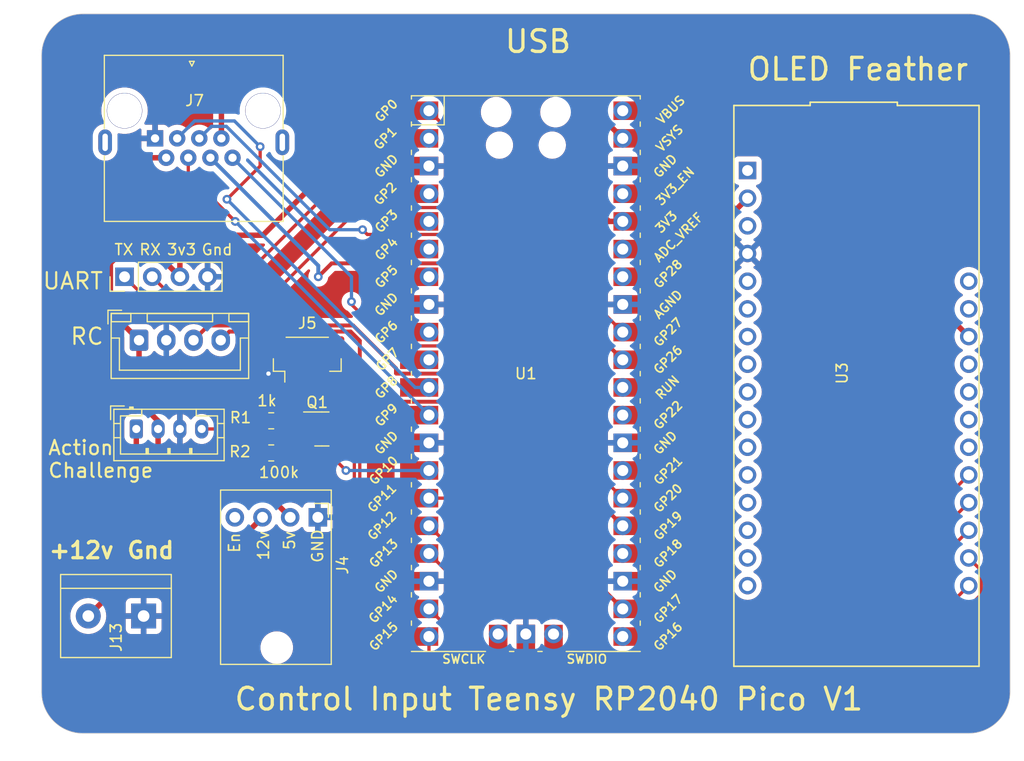
<source format=kicad_pcb>
(kicad_pcb (version 20221018) (generator pcbnew)
  (layers (0 "F.Cu" signal) (31 "B.Cu" signal) (34 "B.Paste" user) (35 "F.Paste" user) (36 "B.SilkS" user "B.Silkscreen") (37 "F.SilkS" user "F.Silkscreen") (38 "B.Mask" user) (39 "F.Mask" user) (44 "Edge.Cuts" user))
  (net 0 "")
  (net 1 "+5V")
  (net 2 "GND")
  (net 3 "+3V3")
  (net 4 "+12V")
  (net 5 "I2C_SDA")
  (net 6 "I2C_SCL")
  (net 7 "Steering")
  (net 8 "Throttle")
  (net 9 "RCPWMThrottle")
  (net 10 "RCPWMSteering")
  (net 11 "ActiveSW")
  (net 12 "TX")
  (net 13 "RX")
  (net 14 "ActionSignal")
  (net 16 "Sound_1")
  (net 17 "Sound_2")
  (net 18 "Net-(Q1-G)")
  (net 19 "ActionChallengeTrigger")
  (net 26 "Button_A")
  (net 27 "Button_B")
  (net 28 "Button_C")
  (net 37 "SWCLK")
  (net 38 "SWDIO")
  (footprint "Useful Modifications:RJ45_x08_Tab_Up" (layer "F.Cu") (at 119.61168 96.73082 180)
    (fp_text reference "J7" (at 0.1524 -0.13208) (layer "F.SilkS"))
    (fp_text value "8P8C")
    (pad "" np_thru_hole circle (at -6.11832 -1.05918) (size 3.25 3.25) (drill 3.2) (layers "*.Cu" "*.Mask"))
    (pad "" np_thru_hole circle (at 6.58168 -1.05918) (size 3.25 3.25) (drill 3.200001) (layers "*.Cu" "*.Mask"))
    (pad "1" thru_hole rect (at 3.78098 -3.59918 180) (size 1.5 1.5) (drill 0.76) (layers "*.Cu" "*.Mask") (net 2 "GND"))
    (pad "2" thru_hole circle (at 2.76098 -5.37918 180) (size 1.5 1.5) (drill 0.76) (layers "*.Cu" "*.Mask") (net 1 "+5V"))
    (pad "3" thru_hole circle (at 1.75098 -3.59918 180) (size 1.5 1.5) (drill 0.76) (layers "*.Cu" "*.Mask") (net 16 "Sound_1"))
    (pad "4" thru_hole circle (at 0.73098 -5.37918 180) (size 1.5 1.5) (drill 0.76) (layers "*.Cu" "*.Mask") (net 17 "Sound_2"))
    (pad "5" thru_hole circle (at -0.27902 -3.59918 180) (size 1.5 1.5) (drill 0.76) (layers "*.Cu" "*.Mask") (net 7 "Steering"))
    (pad "6" thru_hole circle (at -1.29902 -5.37918 180) (size 1.5 1.5) (drill 0.76) (layers "*.Cu" "*.Mask") (net 8 "Throttle"))
    (pad "7" thru_hole circle (at -2.30902 -3.59918 180) (size 1.5 1.5) (drill 0.76) (layers "*.Cu" "*.Mask") (net 3 "+3V3"))
    (pad "8" thru_hole circle (at -3.32902 -5.37918 180) (size 1.5 1.5) (drill 0.76) (layers "*.Cu" "*.Mask") (net 11 "ActiveSW"))
    (pad "9" thru_hole oval (at -7.89832 -3.96113) (size 1.259 2.362) (drill oval 0.5 1.6) (layers "*.Cu" "*.Mask"))
    (pad "10" thru_hole oval (at 8.36168 -3.96113) (size 1.259 2.362) (drill oval 0.5 1.6) (layers "*.Cu" "*.Mask"))
  )
  (footprint "Useful Modifications:Feather_nRF52840" (layer "F.Cu") (at 180.34 121.92 -90)
    (fp_text reference "U3" (at -0.03302 1.45542 90) (layer "F.SilkS"))
    (fp_text value "OLED Feather")
    (pad "1" thru_hole rect (at -18.64106 10.13206 270) (size 1.6 1.6) (drill 1) (layers "*.Cu" "*.Mask"))
    (pad "2" thru_hole circle (at -16.10106 10.13206 270) (size 1.6 1.6) (drill 1) (layers "*.Cu" "*.Mask") (net 3 "+3V3"))
    (pad "3" thru_hole circle (at -13.56106 10.13206 270) (size 1.6 1.6) (drill 1) (layers "*.Cu" "*.Mask"))
    (pad "4" thru_hole circle (at -11.02106 10.13206 270) (size 1.6 1.6) (drill 1) (layers "*.Cu" "*.Mask") (net 2 "GND"))
    (pad "5" thru_hole circle (at -8.48106 10.13206 270) (size 1.6 1.6) (drill 1) (layers "*.Cu" "*.Mask"))
    (pad "6" thru_hole circle (at -5.94106 10.13206 270) (size 1.6 1.6) (drill 1) (layers "*.Cu" "*.Mask"))
    (pad "7" thru_hole circle (at -3.40106 10.13206 270) (size 1.6 1.6) (drill 1) (layers "*.Cu" "*.Mask"))
    (pad "8" thru_hole circle (at -0.86106 10.13206 270) (size 1.6 1.6) (drill 1) (layers "*.Cu" "*.Mask"))
    (pad "9" thru_hole circle (at 1.67894 10.13206 270) (size 1.6 1.6) (drill 1) (layers "*.Cu" "*.Mask"))
    (pad "10" thru_hole circle (at 4.21894 10.13206 270) (size 1.6 1.6) (drill 1) (layers "*.Cu" "*.Mask"))
    (pad "11" thru_hole circle (at 6.75894 10.13206 270) (size 1.6 1.6) (drill 1) (layers "*.Cu" "*.Mask"))
    (pad "12" thru_hole circle (at 9.29894 10.13206 270) (size 1.6 1.6) (drill 1) (layers "*.Cu" "*.Mask"))
    (pad "13" thru_hole circle (at 11.83894 10.13206 270) (size 1.6 1.6) (drill 1) (layers "*.Cu" "*.Mask"))
    (pad "14" thru_hole circle (at 14.37894 10.13206 270) (size 1.6 1.6) (drill 1) (layers "*.Cu" "*.Mask"))
    (pad "15" thru_hole circle (at 16.91894 10.13206 270) (size 1.6 1.6) (drill 1) (layers "*.Cu" "*.Mask"))
    (pad "16" thru_hole circle (at 19.45894 10.13206 270) (size 1.6 1.6) (drill 1) (layers "*.Cu" "*.Mask"))
    (pad "17" thru_hole circle (at 19.45894 -10.16794 270) (size 1.6 1.6) (drill 1) (layers "*.Cu" "*.Mask") (net 5 "I2C_SDA"))
    (pad "18" thru_hole circle (at 16.91894 -10.16794 270) (size 1.6 1.6) (drill 1) (layers "*.Cu" "*.Mask") (net 6 "I2C_SCL"))
    (pad "19" thru_hole circle (at 14.37894 -10.16794 270) (size 1.6 1.6) (drill 1) (layers "*.Cu" "*.Mask") (net 26 "Button_A"))
    (pad "20" thru_hole circle (at 11.83894 -10.16794 270) (size 1.6 1.6) (drill 1) (layers "*.Cu" "*.Mask") (net 27 "Button_B"))
    (pad "21" thru_hole circle (at 9.29894 -10.16794 270) (size 1.6 1.6) (drill 1) (layers "*.Cu" "*.Mask") (net 28 "Button_C"))
    (pad "22" thru_hole circle (at 6.75894 -10.16794 270) (size 1.6 1.6) (drill 1) (layers "*.Cu" "*.Mask"))
    (pad "23" thru_hole circle (at 4.21894 -10.16794 270) (size 1.6 1.6) (drill 1) (layers "*.Cu" "*.Mask"))
    (pad "24" thru_hole circle (at 1.67894 -10.16794 270) (size 1.6 1.6) (drill 1) (layers "*.Cu" "*.Mask"))
    (pad "25" thru_hole circle (at -0.86106 -10.16794 270) (size 1.6 1.6) (drill 1) (layers "*.Cu" "*.Mask"))
    (pad "26" thru_hole circle (at -3.40106 -10.16794 270) (size 1.6 1.6) (drill 1) (layers "*.Cu" "*.Mask") (net 1 "+5V"))
    (pad "27" thru_hole circle (at -5.94106 -10.16794 270) (size 1.6 1.6) (drill 1) (layers "*.Cu" "*.Mask"))
    (pad "28" thru_hole circle (at -8.48106 -10.16794 270) (size 1.6 1.6) (drill 1) (layers "*.Cu" "*.Mask"))
  )
  (footprint "Useful Modifications:TerminalBlock_bornier-2_P5.08mm" (layer "F.Cu") (at 114.7819 144.167 180)
    (fp_text reference "J13" (at 2.5273 -1.9558 270) (layer "F.SilkS"))
    (fp_text value "Main Power")
    (pad "1" thru_hole rect (at 0 0 180) (size 2.286 2.286) (drill 1.0668) (layers "*.Cu" "*.Mask") (net 2 "GND"))
    (pad "2" thru_hole circle (at 5.08 0 180) (size 2.286 2.286) (drill 1.0668) (layers "*.Cu" "*.Mask") (net 4 "+12V"))
  )
  (footprint "Useful Modifications:AdaFruit_MPM3610" (layer "F.Cu") (at 130.7719 135.107 -90)
    (fp_text reference "J4" (at 4.385 -2.27 90) (layer "F.SilkS"))
    (fp_text value "Power Input")
    (fp_text user "En" (at 2.3368 7.6581 270) (layer "F.SilkS"))
    (fp_text user "GND" (at 2.63398 0.02286 270) (layer "F.SilkS"))
    (fp_text user "12v" (at 2.59334 4.99364 270) (layer "F.SilkS"))
    (fp_text user "5v" (at 2.1209 2.60604 270) (layer "F.SilkS"))
    (pad "" np_thru_hole oval (at 11.959 3.7719 15) (size 2.5 2.5) (drill oval 2.5) (layers "*.Cu" "*.Mask"))
    (pad "1" thru_hole rect (at 0 0 270) (size 1.7 1.7) (drill 1) (layers "*.Cu" "*.Mask") (net 2 "GND"))
    (pad "2" thru_hole oval (at 0 2.54 270) (size 1.7 1.7) (drill 1) (layers "*.Cu" "*.Mask") (net 1 "+5V"))
    (pad "3" thru_hole oval (at 0 5.08 270) (size 1.7 1.7) (drill 1) (layers "*.Cu" "*.Mask") (net 4 "+12V"))
    (pad "4" thru_hole oval (at 0 7.62 270) (size 1.7 1.7) (drill 1) (layers "*.Cu" "*.Mask"))
  )
  (footprint "RP2040:RPi_Pico_SMD_TH" (layer "F.Cu") (at 149.86 121.92)
    (fp_text reference "U1" (at 0 0) (layer "F.SilkS"))
    (fp_text value "Pico")
    (fp_text user "3V3" (at 12.9 -13.9 45) (layer "F.SilkS") (effects (font (size 0.8 0.8))))
    (fp_text user "GND" (at 12.8 -19.05 45) (layer "F.SilkS") (effects (font (size 0.8 0.8))))
    (fp_text user "GP19" (at 13.054 13.97 45) (layer "F.SilkS") (effects (font (size 0.8 0.8))))
    (fp_text user "GP17" (at 13.054 21.59 45) (layer "F.SilkS") (effects (font (size 0.8 0.8))))
    (fp_text user "GP1" (at -12.9 -21.6 45) (layer "F.SilkS") (effects (font (size 0.8 0.8))))
    (fp_text user "GP8" (at -12.8 1.27 45) (layer "F.SilkS") (effects (font (size 0.8 0.8))))
    (fp_text user "GP15" (at -13.054 24.13 45) (layer "F.SilkS") (effects (font (size 0.8 0.8))))
    (fp_text user "GP0" (at -12.8 -24.13 45) (layer "F.SilkS") (effects (font (size 0.8 0.8))))
    (fp_text user "GP10" (at -13.054 8.89 45) (layer "F.SilkS") (effects (font (size 0.8 0.8))))
    (fp_text user "VSYS" (at 13.2 -21.59 45) (layer "F.SilkS") (effects (font (size 0.8 0.8))))
    (fp_text user "GP7" (at -12.7 -1.3 45) (layer "F.SilkS") (effects (font (size 0.8 0.8))))
    (fp_text user "GP5" (at -12.8 -8.89 45) (layer "F.SilkS") (effects (font (size 0.8 0.8))))
    (fp_text user "GND" (at -12.8 -19.05 45) (layer "F.SilkS") (effects (font (size 0.8 0.8))))
    (fp_text user "SWCLK" (at -5.7 26.2) (layer "F.SilkS") (effects (font (size 0.8 0.8))))
    (fp_text user "GND" (at -12.8 19.05 45) (layer "F.SilkS") (effects (font (size 0.8 0.8))))
    (fp_text user "GND" (at -12.8 -6.35 45) (layer "F.SilkS") (effects (font (size 0.8 0.8))))
    (fp_text user "SWDIO" (at 5.6 26.2) (layer "F.SilkS") (effects (font (size 0.8 0.8))))
    (fp_text user "GP11" (at -13.2 11.43 45) (layer "F.SilkS") (effects (font (size 0.8 0.8))))
    (fp_text user "GP3" (at -12.8 -13.97 45) (layer "F.SilkS") (effects (font (size 0.8 0.8))))
    (fp_text user "GP9" (at -12.8 3.81 45) (layer "F.SilkS") (effects (font (size 0.8 0.8))))
    (fp_text user "ADC_VREF" (at 14 -12.5 45) (layer "F.SilkS") (effects (font (size 0.8 0.8))))
    (fp_text user "GP26" (at 13.054 -1.27 45) (layer "F.SilkS") (effects (font (size 0.8 0.8))))
    (fp_text user "GP18" (at 13.054 16.51 45) (layer "F.SilkS") (effects (font (size 0.8 0.8))))
    (fp_text user "GP4" (at -12.8 -11.43 45) (layer "F.SilkS") (effects (font (size 0.8 0.8))))
    (fp_text user "3V3_EN" (at 13.7 -17.2 45) (layer "F.SilkS") (effects (font (size 0.8 0.8))))
    (fp_text user "GP2" (at -12.9 -16.51 45) (layer "F.SilkS") (effects (font (size 0.8 0.8))))
    (fp_text user "GP20" (at 13.054 11.43 45) (layer "F.SilkS") (effects (font (size 0.8 0.8))))
    (fp_text user "GP27" (at 13.054 -3.8 45) (layer "F.SilkS") (effects (font (size 0.8 0.8))))
    (fp_text user "GND" (at 12.8 19.05 45) (layer "F.SilkS") (effects (font (size 0.8 0.8))))
    (fp_text user "GP13" (at -13.054 16.51 45) (layer "F.SilkS") (effects (font (size 0.8 0.8))))
    (fp_text user "GND" (at -12.8 6.35 45) (layer "F.SilkS") (effects (font (size 0.8 0.8))))
    (fp_text user "GP22" (at 13.054 3.81 45) (layer "F.SilkS") (effects (font (size 0.8 0.8))))
    (fp_text user "GP12" (at -13.2 13.97 45) (layer "F.SilkS") (effects (font (size 0.8 0.8))))
    (fp_text user "GP14" (at -13.1 21.59 45) (layer "F.SilkS") (effects (font (size 0.8 0.8))))
    (fp_text user "GP28" (at 13.054 -9.144 45) (layer "F.SilkS") (effects (font (size 0.8 0.8))))
    (fp_text user "AGND" (at 13.054 -6.35 45) (layer "F.SilkS") (effects (font (size 0.8 0.8))))
    (fp_text user "VBUS" (at 13.3 -24.2 45) (layer "F.SilkS") (effects (font (size 0.8 0.8))))
    (fp_text user "GP6" (at -12.8 -3.81 45) (layer "F.SilkS") (effects (font (size 0.8 0.8))))
    (fp_text user "GND" (at 12.8 6.35 45) (layer "F.SilkS") (effects (font (size 0.8 0.8))))
    (fp_text user "GP16" (at 13.054 24.13 45) (layer "F.SilkS") (effects (font (size 0.8 0.8))))
    (fp_text user "RUN" (at 13 1.27 45) (layer "F.SilkS") (effects (font (size 0.8 0.8))))
    (fp_text user "GP21" (at 13.054 8.9 45) (layer "F.SilkS") (effects (font (size 0.8 0.8))))
    (pad "" np_thru_hole oval (at -2.725 -24) (size 1.8 1.8) (drill 1.8) (layers "*.Cu" "*.Mask"))
    (pad "" np_thru_hole oval (at -2.425 -20.97) (size 1.5 1.5) (drill 1.5) (layers "*.Cu" "*.Mask"))
    (pad "" np_thru_hole oval (at 2.425 -20.97) (size 1.5 1.5) (drill 1.5) (layers "*.Cu" "*.Mask"))
    (pad "" np_thru_hole oval (at 2.725 -24) (size 1.8 1.8) (drill 1.8) (layers "*.Cu" "*.Mask"))
    (pad "1" thru_hole oval (at -8.89 -24.13) (size 1.7 1.7) (drill 1.02) (layers "*.Cu" "*.Mask") (net 12 "TX"))
    (pad "1" smd rect (at -8.89 -24.13) (size 3.5 1.7) (drill (offset -0.9 0)) (layers "F.Cu" "F.Mask") (net 12 "TX"))
    (pad "2" thru_hole oval (at -8.89 -21.59) (size 1.7 1.7) (drill 1.02) (layers "*.Cu" "*.Mask") (net 13 "RX"))
    (pad "2" smd rect (at -8.89 -21.59) (size 3.5 1.7) (drill (offset -0.9 0)) (layers "F.Cu" "F.Mask") (net 13 "RX"))
    (pad "3" thru_hole rect (at -8.89 -19.05) (size 1.7 1.7) (drill 1.02) (layers "*.Cu" "*.Mask") (net 2 "GND"))
    (pad "3" smd rect (at -8.89 -19.05) (size 3.5 1.7) (drill (offset -0.9 0)) (layers "F.Cu" "F.Mask") (net 2 "GND"))
    (pad "4" thru_hole oval (at -8.89 -16.51) (size 1.7 1.7) (drill 1.02) (layers "*.Cu" "*.Mask"))
    (pad "4" smd rect (at -8.89 -16.51) (size 3.5 1.7) (drill (offset -0.9 0)) (layers "F.Cu" "F.Mask"))
    (pad "5" thru_hole oval (at -8.89 -13.97) (size 1.7 1.7) (drill 1.02) (layers "*.Cu" "*.Mask"))
    (pad "5" smd rect (at -8.89 -13.97) (size 3.5 1.7) (drill (offset -0.9 0)) (layers "F.Cu" "F.Mask"))
    (pad "6" thru_hole oval (at -8.89 -11.43) (size 1.7 1.7) (drill 1.02) (layers "*.Cu" "*.Mask"))
    (pad "6" smd rect (at -8.89 -11.43) (size 3.5 1.7) (drill (offset -0.9 0)) (layers "F.Cu" "F.Mask"))
    (pad "7" thru_hole oval (at -8.89 -8.89) (size 1.7 1.7) (drill 1.02) (layers "*.Cu" "*.Mask"))
    (pad "7" smd rect (at -8.89 -8.89) (size 3.5 1.7) (drill (offset -0.9 0)) (layers "F.Cu" "F.Mask"))
    (pad "8" thru_hole rect (at -8.89 -6.35) (size 1.7 1.7) (drill 1.02) (layers "*.Cu" "*.Mask") (net 2 "GND"))
    (pad "8" smd rect (at -8.89 -6.35) (size 3.5 1.7) (drill (offset -0.9 0)) (layers "F.Cu" "F.Mask") (net 2 "GND"))
    (pad "9" thru_hole oval (at -8.89 -3.81) (size 1.7 1.7) (drill 1.02) (layers "*.Cu" "*.Mask"))
    (pad "9" smd rect (at -8.89 -3.81) (size 3.5 1.7) (drill (offset -0.9 0)) (layers "F.Cu" "F.Mask"))
    (pad "10" thru_hole oval (at -8.89 -1.27) (size 1.7 1.7) (drill 1.02) (layers "*.Cu" "*.Mask"))
    (pad "10" smd rect (at -8.89 -1.27) (size 3.5 1.7) (drill (offset -0.9 0)) (layers "F.Cu" "F.Mask"))
    (pad "11" thru_hole oval (at -8.89 1.27) (size 1.7 1.7) (drill 1.02) (layers "*.Cu" "*.Mask") (net 16 "Sound_1"))
    (pad "11" smd rect (at -8.89 1.27) (size 3.5 1.7) (drill (offset -0.9 0)) (layers "F.Cu" "F.Mask") (net 16 "Sound_1"))
    (pad "12" thru_hole oval (at -8.89 3.81) (size 1.7 1.7) (drill 1.02) (layers "*.Cu" "*.Mask") (net 17 "Sound_2"))
    (pad "12" smd rect (at -8.89 3.81) (size 3.5 1.7) (drill (offset -0.9 0)) (layers "F.Cu" "F.Mask") (net 17 "Sound_2"))
    (pad "13" thru_hole rect (at -8.89 6.35) (size 1.7 1.7) (drill 1.02) (layers "*.Cu" "*.Mask") (net 2 "GND"))
    (pad "13" smd rect (at -8.89 6.35) (size 3.5 1.7) (drill (offset -0.9 0)) (layers "F.Cu" "F.Mask") (net 2 "GND"))
    (pad "14" thru_hole oval (at -8.89 8.89) (size 1.7 1.7) (drill 1.02) (layers "*.Cu" "*.Mask") (net 19 "ActionChallengeTrigger"))
    (pad "14" smd rect (at -8.89 8.89) (size 3.5 1.7) (drill (offset -0.9 0)) (layers "F.Cu" "F.Mask") (net 19 "ActionChallengeTrigger"))
    (pad "15" thru_hole oval (at -8.89 11.43) (size 1.7 1.7) (drill 1.02) (layers "*.Cu" "*.Mask") (net 28 "Button_C"))
    (pad "15" smd rect (at -8.89 11.43) (size 3.5 1.7) (drill (offset -0.9 0)) (layers "F.Cu" "F.Mask") (net 28 "Button_C"))
    (pad "16" thru_hole oval (at -8.89 13.97) (size 1.7 1.7) (drill 1.02) (layers "*.Cu" "*.Mask") (net 27 "Button_B"))
    (pad "16" smd rect (at -8.89 13.97) (size 3.5 1.7) (drill (offset -0.9 0)) (layers "F.Cu" "F.Mask") (net 27 "Button_B"))
    (pad "17" thru_hole oval (at -8.89 16.51) (size 1.7 1.7) (drill 1.02) (layers "*.Cu" "*.Mask") (net 26 "Button_A"))
    (pad "17" smd rect (at -8.89 16.51) (size 3.5 1.7) (drill (offset -0.9 0)) (layers "F.Cu" "F.Mask") (net 26 "Button_A"))
    (pad "18" thru_hole rect (at -8.89 19.05) (size 1.7 1.7) (drill 1.02) (layers "*.Cu" "*.Mask") (net 2 "GND"))
    (pad "18" smd rect (at -8.89 19.05) (size 3.5 1.7) (drill (offset -0.9 0)) (layers "F.Cu" "F.Mask") (net 2 "GND"))
    (pad "19" thru_hole oval (at -8.89 21.59) (size 1.7 1.7) (drill 1.02) (layers "*.Cu" "*.Mask") (net 5 "I2C_SDA"))
    (pad "19" smd rect (at -8.89 21.59) (size 3.5 1.7) (drill (offset -0.9 0)) (layers "F.Cu" "F.Mask") (net 5 "I2C_SDA"))
    (pad "20" thru_hole oval (at -8.89 24.13) (size 1.7 1.7) (drill 1.02) (layers "*.Cu" "*.Mask") (net 6 "I2C_SCL"))
    (pad "20" smd rect (at -8.89 24.13) (size 3.5 1.7) (drill (offset -0.9 0)) (layers "F.Cu" "F.Mask") (net 6 "I2C_SCL"))
    (pad "21" thru_hole oval (at 8.89 24.13) (size 1.7 1.7) (drill 1.02) (layers "*.Cu" "*.Mask"))
    (pad "21" smd rect (at 8.89 24.13) (size 3.5 1.7) (drill (offset 0.9 0)) (layers "F.Cu" "F.Mask"))
    (pad "22" thru_hole oval (at 8.89 21.59) (size 1.7 1.7) (drill 1.02) (layers "*.Cu" "*.Mask") (net 10 "RCPWMSteering"))
    (pad "22" smd rect (at 8.89 21.59) (size 3.5 1.7) (drill (offset 0.9 0)) (layers "F.Cu" "F.Mask") (net 10 "RCPWMSteering"))
    (pad "23" thru_hole rect (at 8.89 19.05) (size 1.7 1.7) (drill 1.02) (layers "*.Cu" "*.Mask") (net 2 "GND"))
    (pad "23" smd rect (at 8.89 19.05) (size 3.5 1.7) (drill (offset 0.9 0)) (layers "F.Cu" "F.Mask") (net 2 "GND"))
    (pad "24" thru_hole oval (at 8.89 16.51) (size 1.7 1.7) (drill 1.02) (layers "*.Cu" "*.Mask"))
    (pad "24" smd rect (at 8.89 16.51) (size 3.5 1.7) (drill (offset 0.9 0)) (layers "F.Cu" "F.Mask"))
    (pad "25" thru_hole oval (at 8.89 13.97) (size 1.7 1.7) (drill 1.02) (layers "*.Cu" "*.Mask") (net 9 "RCPWMThrottle"))
    (pad "25" smd rect (at 8.89 13.97) (size 3.5 1.7) (drill (offset 0.9 0)) (layers "F.Cu" "F.Mask") (net 9 "RCPWMThrottle"))
    (pad "26" thru_hole oval (at 8.89 11.43) (size 1.7 1.7) (drill 1.02) (layers "*.Cu" "*.Mask") (net 11 "ActiveSW"))
    (pad "26" smd rect (at 8.89 11.43) (size 3.5 1.7) (drill (offset 0.9 0)) (layers "F.Cu" "F.Mask") (net 11 "ActiveSW"))
    (pad "27" thru_hole oval (at 8.89 8.89) (size 1.7 1.7) (drill 1.02) (layers "*.Cu" "*.Mask") (net 8 "Throttle"))
    (pad "27" smd rect (at 8.89 8.89) (size 3.5 1.7) (drill (offset 0.9 0)) (layers "F.Cu" "F.Mask") (net 8 "Throttle"))
    (pad "28" thru_hole rect (at 8.89 6.35) (size 1.7 1.7) (drill 1.02) (layers "*.Cu" "*.Mask") (net 2 "GND"))
    (pad "28" smd rect (at 8.89 6.35) (size 3.5 1.7) (drill (offset 0.9 0)) (layers "F.Cu" "F.Mask") (net 2 "GND"))
    (pad "29" thru_hole oval (at 8.89 3.81) (size 1.7 1.7) (drill 1.02) (layers "*.Cu" "*.Mask"))
    (pad "29" smd rect (at 8.89 3.81) (size 3.5 1.7) (drill (offset 0.9 0)) (layers "F.Cu" "F.Mask"))
    (pad "30" thru_hole oval (at 8.89 1.27) (size 1.7 1.7) (drill 1.02) (layers "*.Cu" "*.Mask"))
    (pad "30" smd rect (at 8.89 1.27) (size 3.5 1.7) (drill (offset 0.9 0)) (layers "F.Cu" "F.Mask"))
    (pad "31" thru_hole oval (at 8.89 -1.27) (size 1.7 1.7) (drill 1.02) (layers "*.Cu" "*.Mask") (net 8 "Throttle"))
    (pad "31" smd rect (at 8.89 -1.27) (size 3.5 1.7) (drill (offset 0.9 0)) (layers "F.Cu" "F.Mask") (net 8 "Throttle"))
    (pad "32" thru_hole oval (at 8.89 -3.81) (size 1.7 1.7) (drill 1.02) (layers "*.Cu" "*.Mask") (net 7 "Steering"))
    (pad "32" smd rect (at 8.89 -3.81) (size 3.5 1.7) (drill (offset 0.9 0)) (layers "F.Cu" "F.Mask") (net 7 "Steering"))
    (pad "33" thru_hole rect (at 8.89 -6.35) (size 1.7 1.7) (drill 1.02) (layers "*.Cu" "*.Mask") (net 2 "GND"))
    (pad "33" smd rect (at 8.89 -6.35) (size 3.5 1.7) (drill (offset 0.9 0)) (layers "F.Cu" "F.Mask") (net 2 "GND"))
    (pad "34" thru_hole oval (at 8.89 -8.89) (size 1.7 1.7) (drill 1.02) (layers "*.Cu" "*.Mask"))
    (pad "34" smd rect (at 8.89 -8.89) (size 3.5 1.7) (drill (offset 0.9 0)) (layers "F.Cu" "F.Mask"))
    (pad "35" thru_hole oval (at 8.89 -11.43) (size 1.7 1.7) (drill 1.02) (layers "*.Cu" "*.Mask"))
    (pad "35" smd rect (at 8.89 -11.43) (size 3.5 1.7) (drill (offset 0.9 0)) (layers "F.Cu" "F.Mask"))
    (pad "36" thru_hole oval (at 8.89 -13.97) (size 1.7 1.7) (drill 1.02) (layers "*.Cu" "*.Mask") (net 3 "+3V3"))
    (pad "36" smd rect (at 8.89 -13.97) (size 3.5 1.7) (drill (offset 0.9 0)) (layers "F.Cu" "F.Mask") (net 3 "+3V3"))
    (pad "37" thru_hole oval (at 8.89 -16.51) (size 1.7 1.7) (drill 1.02) (layers "*.Cu" "*.Mask"))
    (pad "37" smd rect (at 8.89 -16.51) (size 3.5 1.7) (drill (offset 0.9 0)) (layers "F.Cu" "F.Mask"))
    (pad "38" thru_hole rect (at 8.89 -19.05) (size 1.7 1.7) (drill 1.02) (layers "*.Cu" "*.Mask") (net 2 "GND"))
    (pad "38" smd rect (at 8.89 -19.05) (size 3.5 1.7) (drill (offset 0.9 0)) (layers "F.Cu" "F.Mask") (net 2 "GND"))
    (pad "39" thru_hole oval (at 8.89 -21.59) (size 1.7 1.7) (drill 1.02) (layers "*.Cu" "*.Mask") (net 1 "+5V"))
    (pad "39" smd rect (at 8.89 -21.59) (size 3.5 1.7) (drill (offset 0.9 0)) (layers "F.Cu" "F.Mask") (net 1 "+5V"))
    (pad "40" thru_hole oval (at 8.89 -24.13) (size 1.7 1.7) (drill 1.02) (layers "*.Cu" "*.Mask"))
    (pad "40" smd rect (at 8.89 -24.13) (size 3.5 1.7) (drill (offset 0.9 0)) (layers "F.Cu" "F.Mask"))
    (pad "41" thru_hole oval (at -2.54 23.9) (size 1.7 1.7) (drill 1.02) (layers "*.Cu" "*.Mask") (net 37 "SWCLK"))
    (pad "41" smd rect (at -2.54 23.9 90) (size 3.5 1.7) (drill (offset -0.9 0)) (layers "F.Cu" "F.Mask") (net 37 "SWCLK"))
    (pad "42" thru_hole rect (at 0 23.9) (size 1.7 1.7) (drill 1.02) (layers "*.Cu" "*.Mask") (net 2 "GND"))
    (pad "42" smd rect (at 0 23.9 90) (size 3.5 1.7) (drill (offset -0.9 0)) (layers "F.Cu" "F.Mask") (net 2 "GND"))
    (pad "43" thru_hole oval (at 2.54 23.9) (size 1.7 1.7) (drill 1.02) (layers "*.Cu" "*.Mask") (net 38 "SWDIO"))
    (pad "43" smd rect (at 2.54 23.9 90) (size 3.5 1.7) (drill (offset -0.9 0)) (layers "F.Cu" "F.Mask") (net 38 "SWDIO"))
  )
  (footprint "Resistor_SMD:R_0805_2012Metric" (layer "F.Cu") (at 126.4925 129.2)
    (fp_text reference "R2" (at -2.8707 -0.1172) (layer "F.SilkS"))
    (fp_text value "100k")
    (pad "1" smd roundrect (at -0.9125 0) (size 1.025 1.4) (layers "F.Cu" "F.Paste" "F.Mask") (roundrect_rratio 0.243902439) (net 3 "+3V3"))
    (pad "2" smd roundrect (at 0.9125 0) (size 1.025 1.4) (layers "F.Cu" "F.Paste" "F.Mask") (roundrect_rratio 0.243902439) (net 19 "ActionChallengeTrigger"))
  )
  (footprint "Package_TO_SOT_SMD:SOT-23" (layer "F.Cu") (at 131.1425 127)
    (fp_text reference "Q1" (at -0.4341 -2.4384) (layer "F.SilkS"))
    (fp_text value "Q_NMOS_GSD")
    (pad "1" smd roundrect (at -0.9375 -0.95) (size 1.475 0.6) (layers "F.Cu" "F.Paste" "F.Mask") (net 18 "Net-(Q1-G)"))
    (pad "2" smd roundrect (at -0.9375 0.95) (size 1.475 0.6) (layers "F.Cu" "F.Paste" "F.Mask") (net 2 "GND"))
    (pad "3" smd roundrect (at 0.9375 0) (size 1.475 0.6) (layers "F.Cu" "F.Paste" "F.Mask") (net 19 "ActionChallengeTrigger"))
  )
  (footprint "Connector_JST:JST_SH_BM04B-SRSS-TB_1x04-1MP_P1.00mm_Vertical" (layer "F.Cu") (at 129.8 120.595)
    (fp_text reference "J5" (at 0 -3.3) (layer "F.SilkS"))
    (fp_text value "I2C")
    (pad "1" smd roundrect (at -1.5 1.325) (size 0.6 1.55) (layers "F.Cu" "F.Paste" "F.Mask") (net 2 "GND"))
    (pad "2" smd roundrect (at -0.5 1.325) (size 0.6 1.55) (layers "F.Cu" "F.Paste" "F.Mask") (net 3 "+3V3"))
    (pad "3" smd roundrect (at 0.5 1.325) (size 0.6 1.55) (layers "F.Cu" "F.Paste" "F.Mask") (net 5 "I2C_SDA"))
    (pad "4" smd roundrect (at 1.5 1.325) (size 0.6 1.55) (layers "F.Cu" "F.Paste" "F.Mask") (net 6 "I2C_SCL"))
    (pad "MP" smd roundrect (at -2.8 -1.2) (size 1.2 1.8) (layers "F.Cu" "F.Paste" "F.Mask") (roundrect_rratio 0.2083333333))
    (pad "MP" smd roundrect (at 2.8 -1.2) (size 1.2 1.8) (layers "F.Cu" "F.Paste" "F.Mask") (roundrect_rratio 0.2083333333))
  )
  (footprint "Resistor_SMD:R_0805_2012Metric" (layer "F.Cu") (at 126.4925 126.25)
    (fp_text reference "R1" (at -2.8199 -0.2914) (layer "F.SilkS"))
    (fp_text value "1k")
    (pad "1" smd roundrect (at -0.9125 0) (size 1.025 1.4) (layers "F.Cu" "F.Paste" "F.Mask") (roundrect_rratio 0.243902439) (net 14 "ActionSignal"))
    (pad "2" smd roundrect (at 0.9125 0) (size 1.025 1.4) (layers "F.Cu" "F.Paste" "F.Mask") (roundrect_rratio 0.243902439) (net 18 "Net-(Q1-G)"))
  )
  (footprint "Connector_JST:JST_XH_B4B-XH-A_1x04_P2.50mm_Vertical" (layer "F.Cu") (at 114.36 118.855)
    (fp_text reference "J1")
    (fp_text value "RC")
    (pad "1" thru_hole roundrect (at 0 0) (size 1.7 1.95) (drill 0.95) (layers "*.Cu" "*.Mask") (roundrect_rratio 0.1470588235) (net 3 "+3V3"))
    (pad "2" thru_hole oval (at 2.5 0) (size 1.7 1.95) (drill 0.95) (layers "*.Cu" "*.Mask") (net 2 "GND"))
    (pad "3" thru_hole oval (at 5 0) (size 1.7 1.95) (drill 0.95) (layers "*.Cu" "*.Mask") (net 9 "RCPWMThrottle"))
    (pad "4" thru_hole oval (at 7.5 0) (size 1.7 1.95) (drill 0.95) (layers "*.Cu" "*.Mask") (net 10 "RCPWMSteering"))
  )
  (footprint "Connector_PinHeader_2.54mm:PinHeader_1x04_P2.54mm_Vertical" (layer "F.Cu") (at 113.03 113.03 90)
    (fp_text reference "J2")
    (fp_text value "UART")
    (pad "1" thru_hole rect (at 0 0 90) (size 1.7 1.7) (drill 1) (layers "*.Cu" "*.Mask") (net 12 "TX"))
    (pad "2" thru_hole oval (at 0 2.54 90) (size 1.7 1.7) (drill 1) (layers "*.Cu" "*.Mask") (net 13 "RX"))
    (pad "3" thru_hole oval (at 0 5.08 90) (size 1.7 1.7) (drill 1) (layers "*.Cu" "*.Mask") (net 3 "+3V3"))
    (pad "4" thru_hole oval (at 0 7.62 90) (size 1.7 1.7) (drill 1) (layers "*.Cu" "*.Mask") (net 2 "GND"))
  )
  (footprint "Connector_JST:JST_PH_B4B-PH-K_1x04_P2.00mm_Vertical" (layer "F.Cu") (at 114.11 127)
    (fp_text reference "J3")
    (fp_text value "ActionChallenge")
    (pad "1" thru_hole roundrect (at 0 0) (size 1.2 1.75) (drill 0.75) (layers "*.Cu" "*.Mask") (roundrect_rratio 0.2083333333) (net 4 "+12V"))
    (pad "2" thru_hole oval (at 2 0) (size 1.2 1.75) (drill 0.75) (layers "*.Cu" "*.Mask") (net 1 "+5V"))
    (pad "3" thru_hole oval (at 4 0) (size 1.2 1.75) (drill 0.75) (layers "*.Cu" "*.Mask") (net 2 "GND"))
    (pad "4" thru_hole oval (at 6 0) (size 1.2 1.75) (drill 0.75) (layers "*.Cu" "*.Mask") (net 14 "ActionSignal"))
  )
  (gr_line (start 105.41 92.71) (end 105.41 151.13) (stroke (width 0.05)) (layer "Edge.Cuts"))
  (gr_arc (start 194.31 151.13) (mid 193.194077 153.824077) (end 190.5 154.94) (stroke (width 0.05)) (layer "Edge.Cuts"))
  (gr_arc (start 190.5 88.9) (mid 193.194077 90.015923) (end 194.31 92.71) (stroke (width 0.05)) (layer "Edge.Cuts"))
  (gr_arc (start 105.41 92.71) (mid 106.525923 90.015923) (end 109.22 88.9) (stroke (width 0.05)) (layer "Edge.Cuts"))
  (gr_arc (start 109.22 154.94) (mid 106.525923 153.824077) (end 105.41 151.13) (stroke (width 0.05)) (layer "Edge.Cuts"))
  (gr_line (start 109.22 154.94) (end 190.5 154.94) (stroke (width 0.05)) (layer "Edge.Cuts"))
  (gr_line (start 190.5 88.9) (end 109.22 88.9) (stroke (width 0.05)) (layer "Edge.Cuts"))
  (gr_line (start 194.31 151.13) (end 194.31 92.71) (stroke (width 0.05)) (layer "Edge.Cuts"))
  (gr_text "Gnd" (at 115.4219 138.137) (layer "F.SilkS") (effects (font (size 1.5 1.5) (thickness 0.3))))
  (gr_text "+12v" (at 109.0719 138.137) (layer "F.SilkS") (effects (font (size 1.5 1.5) (thickness 0.3))))
  (gr_text "OLED Feather" (at 180.34 93.98) (layer "F.SilkS") (effects (font (size 2 2) (thickness 0.3))))
  (gr_text "RX" (at 114.3 111.125) (layer "F.SilkS") (effects (font (size 1 1)) (justify left bottom)))
  (gr_text "RC" (at 107.95 119.38) (layer "F.SilkS") (effects (font (size 1.5 1.5) (thickness 0.2)) (justify left bottom)))
  (gr_text "UART" (at 105.41 114.3) (layer "F.SilkS") (effects (font (size 1.5 1.5) (thickness 0.2)) (justify left bottom)))
  (gr_text "TX" (at 112.014 111.125) (layer "F.SilkS") (effects (font (size 1 1)) (justify left bottom)))
  (gr_text "3v3" (at 116.84 111.125) (layer "F.SilkS") (effects (font (size 1 1)) (justify left bottom)))
  (gr_text "1k" (at 125.1204 124.9934) (layer "F.SilkS") (effects (font (size 1 1)) (justify left bottom)))
  (gr_text "Action\nChallenge" (at 105.918 131.572) (layer "F.SilkS") (effects (font (size 1.3 1.3) (thickness 0.2)) (justify left bottom)))
  (gr_text "Gnd" (at 120.015 111.125) (layer "F.SilkS") (effects (font (size 1 1)) (justify left bottom)))
  (gr_text "100k" (at 125.2728 131.572) (layer "F.SilkS") (effects (font (size 1 1)) (justify left bottom)))
  (gr_text "Control Input Teensy RP2040 Pico V1" (at 151.9682 151.7904) (layer "F.SilkS") (effects (font (size 2 2) (thickness 0.3))))
  (gr_text "USB" (at 150.975 91.44) (layer "F.SilkS") (effects (font (size 2 2) (thickness 0.3))))
  (segment (start 111.646701 94.296499) (end 109.347 96.5962) (width 0.5) (layer "F.Cu") (net 1))
  (segment (start 109.22 121.92) (end 111.76 124.46) (width 0.5) (layer "F.Cu") (net 1))
  (segment (start 109.22 106.68) (end 109.22 121.92) (width 0.5) (layer "F.Cu") (net 1))
  (segment (start 109.347 102.2096) (end 111.5187 104.3813) (width 0.5) (layer "F.Cu") (net 1))
  (segment (start 158.75 100.33) (end 152.716499 94.296499) (width 0.5) (layer "F.Cu") (net 1))
  (segment (start 158.75 100.33) (end 172.319 100.33) (width 0.5) (layer "F.Cu") (net 1))
  (segment (start 152.716499 94.296499) (end 111.646701 94.296499) (width 0.5) (layer "F.Cu") (net 1))
  (segment (start 114.3 124.46) (end 116.11 126.27) (width 0.5) (layer "F.Cu") (net 1))
  (segment (start 125.2049 132.08) (end 116.84 132.08) (width 0.5) (layer "F.Cu") (net 1))
  (segment (start 113.79 102.11) (end 111.5187 104.3813) (width 0.5) (layer "F.Cu") (net 1))
  (segment (start 128.2319 135.107) (end 125.2049 132.08) (width 0.5) (layer "F.Cu") (net 1))
  (segment (start 172.319 100.33) (end 190.50794 118.51894) (width 0.5) (layer "F.Cu") (net 1))
  (segment (start 116.11 126.27) (end 116.11 127) (width 0.5) (layer "F.Cu") (net 1))
  (segment (start 116.11 131.35) (end 116.11 127) (width 0.5) (layer "F.Cu") (net 1))
  (segment (start 116.84 132.08) (end 116.11 131.35) (width 0.5) (layer "F.Cu") (net 1))
  (segment (start 111.76 124.46) (end 114.3 124.46) (width 0.5) (layer "F.Cu") (net 1))
  (segment (start 109.347 96.5962) (end 109.347 102.2096) (width 0.5) (layer "F.Cu") (net 1))
  (segment (start 111.5187 104.3813) (end 109.22 106.68) (width 0.5) (layer "F.Cu") (net 1))
  (segment (start 116.8507 102.11) (end 113.79 102.11) (width 0.5) (layer "F.Cu") (net 1))
  (segment (start 128.3 121.92) (end 126.238 121.92) (width 1) (layer "F.Cu") (net 2))
  (via (at 126.238 121.92) (size 0.8) (drill 0.4) (layers "F.Cu" "B.Cu") (net 2))
  (segment (start 111.73 111.79) (end 113.03 110.49) (width 0.5) (layer "F.Cu") (net 3))
  (segment (start 118.11 110.998) (end 119.888 109.22) (width 0.5) (layer "F.Cu") (net 3))
  (segment (start 157.48 107.95) (end 154.94 105.41) (width 0.5) (layer "F.Cu") (net 3))
  (segment (start 126.2634 123.7234) (end 127.121054 124.581054) (width 0.5) (layer "F.Cu") (net 3))
  (segment (start 114.36 121.5736) (end 116.5098 123.7234) (width 0.5) (layer "F.Cu") (net 3))
  (segment (start 158.75 107.95) (end 168.07688 107.95) (width 0.5) (layer "F.Cu") (net 3))
  (segment (start 152.146 94.996) (end 136.144 94.996) (width 0.5) (layer "F.Cu") (net 3))
  (segment (start 127.121054 124.581054) (end 128.512107 123.19) (width 0.3) (layer "F.Cu") (net 3))
  (segment (start 168.07688 107.95) (end 170.20794 105.81894) (width 0.5) (layer "F.Cu") (net 3))
  (segment (start 113.03 110.49) (end 115.57 110.49) (width 0.5) (layer "F.Cu") (net 3))
  (segment (start 116.5098 123.7234) (end 126.2634 123.7234) (width 0.5) (layer "F.Cu") (net 3))
  (segment (start 118.11 113.03) (end 118.11 110.998) (width 0.5) (layer "F.Cu") (net 3))
  (segment (start 126.4425 125.259607) (end 127.121054 124.581054) (width 0.3) (layer "F.Cu") (net 3))
  (segment (start 136.144 98.806) (end 136.144 94.996) (width 0.5) (layer "F.Cu") (net 3))
  (segment (start 125.58 129.2) (end 126.4425 128.3375) (width 0.3) (layer "F.Cu") (net 3))
  (segment (start 136.144 94.996) (end 123.698 94.996) (width 0.5) (layer "F.Cu") (net 3))
  (segment (start 129.3 121.92) (end 129.3 122.402107) (width 0.3) (layer "F.Cu") (net 3))
  (segment (start 125.73 109.22) (end 136.144 98.806) (width 0.5) (layer "F.Cu") (net 3))
  (segment (start 129.3 122.402107) (end 128.512107 123.19) (width 0.3) (layer "F.Cu") (net 3))
  (segment (start 114.36 118.855) (end 111.73 116.225) (width 0.5) (layer "F.Cu") (net 3))
  (segment (start 121.9207 96.7733) (end 121.9207 100.33) (width 0.5) (layer "F.Cu") (net 3))
  (segment (start 123.698 94.996) (end 121.9207 96.7733) (width 0.5) (layer "F.Cu") (net 3))
  (segment (start 111.73 116.225) (end 111.73 111.79) (width 0.5) (layer "F.Cu") (net 3))
  (segment (start 114.36 118.855) (end 114.36 121.5736) (width 0.5) (layer "F.Cu") (net 3))
  (segment (start 126.4425 128.3375) (end 126.4425 125.259607) (width 0.3) (layer "F.Cu") (net 3))
  (segment (start 158.75 107.95) (end 157.48 107.95) (width 0.5) (layer "F.Cu") (net 3))
  (segment (start 115.57 110.49) (end 118.11 113.03) (width 0.5) (layer "F.Cu") (net 3))
  (segment (start 154.94 105.41) (end 154.94 97.79) (width 0.5) (layer "F.Cu") (net 3))
  (segment (start 119.888 109.22) (end 125.73 109.22) (width 0.5) (layer "F.Cu") (net 3))
  (segment (start 154.94 97.79) (end 152.146 94.996) (width 0.5) (layer "F.Cu") (net 3))
  (segment (start 114.11 139.7) (end 114.11 127) (width 0.5) (layer "F.Cu") (net 4))
  (segment (start 121.0989 139.7) (end 114.11 139.7) (width 0.5) (layer "F.Cu") (net 4))
  (segment (start 125.6919 135.107) (end 121.0989 139.7) (width 0.5) (layer "F.Cu") (net 4))
  (segment (start 109.7019 144.167) (end 114.11 139.7589) (width 0.5) (layer "F.Cu") (net 4))
  (segment (start 114.11 139.7589) (end 114.11 139.7) (width 0.5) (layer "F.Cu") (net 4))
  (segment (start 130.3 121.92) (end 130.3 121.437893) (width 0.3) (layer "F.Cu") (net 5))
  (segment (start 146.448999 151.163802) (end 180.723078 151.163802) (width 0.3) (layer "F.Cu") (net 5))
  (segment (start 137.16 143.51) (end 140.97 143.51) (width 0.3) (layer "F.Cu") (net 5))
  (segment (start 130.3 121.437893) (end 131.087893 120.65) (width 0.3) (layer "F.Cu") (net 5))
  (segment (start 180.723078 151.163802) (end 190.50794 141.37894) (width 0.3) (layer "F.Cu") (net 5))
  (segment (start 134.62 123.757893) (end 134.62 140.97) (width 0.3) (layer "F.Cu") (net 5))
  (segment (start 131.087893 120.65) (end 131.512107 120.65) (width 0.3) (layer "F.Cu") (net 5))
  (segment (start 140.97 143.51) (end 143.010499 145.550499) (width 0.3) (layer "F.Cu") (net 5))
  (segment (start 134.62 140.97) (end 137.16 143.51) (width 0.3) (layer "F.Cu") (net 5))
  (segment (start 143.010499 145.550499) (end 143.010499 147.725302) (width 0.3) (layer "F.Cu") (net 5))
  (segment (start 143.010499 147.725302) (end 146.448999 151.163802) (width 0.3) (layer "F.Cu") (net 5))
  (segment (start 131.512107 120.65) (end 134.62 123.757893) (width 0.3) (layer "F.Cu") (net 5))
  (segment (start 191.65794 142.17706) (end 181.435 152.4) (width 0.3) (layer "F.Cu") (net 6))
  (segment (start 134.120499 124.740499) (end 134.120499 141.740499) (width 0.3) (layer "F.Cu") (net 6))
  (segment (start 138.43 146.05) (end 140.97 146.05) (width 0.3) (layer "F.Cu") (net 6))
  (segment (start 134.120499 141.740499) (end 138.43 146.05) (width 0.3) (layer "F.Cu") (net 6))
  (segment (start 140.97 152.4) (end 140.97 146.05) (width 0.3) (layer "F.Cu") (net 6))
  (segment (start 181.435 152.4) (end 140.97 152.4) (width 0.3) (layer "F.Cu") (net 6))
  (segment (start 190.50794 138.83894) (end 191.65794 139.98894) (width 0.3) (layer "F.Cu") (net 6))
  (segment (start 191.65794 139.98894) (end 191.65794 142.17706) (width 0.3) (layer "F.Cu") (net 6))
  (segment (start 131.3 121.92) (end 134.120499 124.740499) (width 0.3) (layer "F.Cu") (net 6))
  (segment (start 135.312 109.15) (end 134.874 108.712) (width 0.3) (layer "F.Cu") (net 7))
  (segment (start 158.75 118.11) (end 149.79 109.15) (width 0.3) (layer "F.Cu") (net 7))
  (segment (start 149.79 109.15) (end 135.312 109.15) (width 0.3) (layer "F.Cu") (net 7))
  (via (at 134.874 108.712) (size 0.8) (drill 0.4) (layers "F.Cu" "B.Cu") (net 7))
  (segment (start 134.874 108.712) (end 131.858335 108.712) (width 0.3) (layer "B.Cu") (net 7))
  (segment (start 131.858335 108.712) (end 122.376335 99.23) (width 0.3) (layer "B.Cu") (net 7))
  (segment (start 120.9907 99.23) (end 119.8907 100.33) (width 0.3) (layer "B.Cu") (net 7))
  (segment (start 122.376335 99.23) (end 120.9907 99.23) (width 0.3) (layer "B.Cu") (net 7))
  (segment (start 160.47 120.65) (end 158.75 120.65) (width 0.36) (layer "F.Cu") (net 8))
  (segment (start 146.598 111.8) (end 132.04 111.8) (width 0.36) (layer "F.Cu") (net 8))
  (segment (start 155.956 117.856) (end 152.654 117.856) (width 0.36) (layer "F.Cu") (net 8))
  (segment (start 163.83 124.01) (end 160.47 120.65) (width 0.36) (layer "F.Cu") (net 8))
  (segment (start 163.83 130.81) (end 163.83 124.01) (width 0.36) (layer "F.Cu") (net 8))
  (segment (start 132.04 111.8) (end 130.81 113.03) (width 0.36) (layer "F.Cu") (net 8))
  (segment (start 158.75 130.81) (end 163.83 130.81) (width 0.36) (layer "F.Cu") (net 8))
  (segment (start 152.654 117.856) (end 146.598 111.8) (width 0.36) (layer "F.Cu") (net 8))
  (segment (start 158.75 120.65) (end 155.956 117.856) (width 0.36) (layer "F.Cu") (net 8))
  (via (at 130.81 113.03) (size 0.8) (drill 0.4) (layers "F.Cu" "B.Cu") (net 8))
  (segment (start 130.81 112.0093) (end 120.9107 102.11) (width 0.36) (layer "B.Cu") (net 8))
  (segment (start 130.81 113.03) (end 130.81 112.0093) (width 0.36) (layer "B.Cu") (net 8))
  (segment (start 134.01 117.5) (end 137.94 121.43) (width 0.36) (layer "F.Cu") (net 9))
  (segment (start 137.94 121.88) (end 137.98 121.92) (width 0.36) (layer "F.Cu") (net 9))
  (segment (start 137.98 121.92) (end 144.78 121.92) (width 0.36) (layer "F.Cu") (net 9))
  (segment (start 137.94 121.43) (end 137.94 121.88) (width 0.36) (layer "F.Cu") (net 9))
  (segment (start 119.36 118.855) (end 120.715 117.5) (width 0.36) (layer "F.Cu") (net 9))
  (segment (start 120.715 117.5) (end 134.01 117.5) (width 0.36) (layer "F.Cu") (net 9))
  (segment (start 144.78 121.92) (end 158.75 135.89) (width 0.36) (layer "F.Cu") (net 9))
  (segment (start 154.94 137.16) (end 154.94 139.7) (width 0.36) (layer "F.Cu") (net 10))
  (segment (start 121.86 118.855) (end 122.655499 118.059501) (width 0.36) (layer "F.Cu") (net 10))
  (segment (start 154.94 139.7) (end 158.75 143.51) (width 0.36) (layer "F.Cu") (net 10))
  (segment (start 134.62 121.1) (end 138.02 124.5) (width 0.36) (layer "F.Cu") (net 10))
  (segment (start 122.655499 118.059501) (end 133.778247 118.059501) (width 0.36) (layer "F.Cu") (net 10))
  (segment (start 133.778247 118.059501) (end 134.62 118.901254) (width 0.36) (layer "F.Cu") (net 10))
  (segment (start 138.02 124.5) (end 142.28 124.5) (width 0.36) (layer "F.Cu") (net 10))
  (segment (start 134.62 118.901254) (end 134.62 121.1) (width 0.36) (layer "F.Cu") (net 10))
  (segment (start 142.28 124.5) (end 154.94 137.16) (width 0.36) (layer "F.Cu") (net 10))
  (segment (start 144.78 119.38) (end 137.668 119.38) (width 0.3) (layer "F.Cu") (net 11))
  (segment (start 137.668 119.38) (end 133.858 115.57) (width 0.3) (layer "F.Cu") (net 11))
  (segment (start 158.75 133.35) (end 144.78 119.38) (width 0.3) (layer "F.Cu") (net 11))
  (segment (start 133.858 115.57) (end 133.858 115.316) (width 0.3) (layer "F.Cu") (net 11))
  (via (at 133.858 115.316) (size 0.8) (drill 0.4) (layers "F.Cu" "B.Cu") (net 11))
  (segment (start 133.858 113.0273) (end 122.9407 102.11) (width 0.3) (layer "B.Cu") (net 11))
  (segment (start 133.858 115.316) (end 133.858 113.0273) (width 0.3) (layer "B.Cu") (net 11))
  (segment (start 144.2974 101.1174) (end 144.2974 104.4826) (width 0.3) (layer "F.Cu") (net 12))
  (segment (start 142.1 106.68) (end 134.62 106.68) (width 0.3) (layer "F.Cu") (net 12))
  (segment (start 144.2974 104.4826) (end 142.1 106.68) (width 0.3) (layer "F.Cu") (net 12))
  (segment (start 140.97 97.79) (end 144.2974 101.1174) (width 0.3) (layer "F.Cu") (net 12))
  (segment (start 115.57 115.57) (end 113.03 113.03) (width 0.3) (layer "F.Cu") (net 12))
  (segment (start 125.73 115.57) (end 115.57 115.57) (width 0.3) (layer "F.Cu") (net 12))
  (segment (start 134.62 106.68) (end 125.73 115.57) (width 0.3) (layer "F.Cu") (net 12))
  (segment (start 121.936901 115.070499) (end 117.610499 115.070499) (width 0.3) (layer "F.Cu") (net 13))
  (segment (start 136.6774 100.33) (end 121.936901 115.070499) (width 0.3) (layer "F.Cu") (net 13))
  (segment (start 117.610499 115.070499) (end 115.57 113.03) (width 0.3) (layer "F.Cu") (net 13))
  (segment (start 140.97 100.33) (end 136.6774 100.33) (width 0.3) (layer "F.Cu") (net 13))
  (segment (start 120.11 127) (end 124.83 127) (width 0.3) (layer "F.Cu") (net 14))
  (segment (start 124.83 127) (end 125.58 126.25) (width 0.3) (layer "F.Cu") (net 14))
  (segment (start 122.428 105.918) (end 125.476 102.87) (width 0.3) (layer "F.Cu") (net 16))
  (segment (start 125.476 102.87) (end 125.476 101.092) (width 0.3) (layer "F.Cu") (net 16))
  (via (at 125.476 101.092) (size 0.8) (drill 0.4) (layers "F.Cu" "B.Cu") (net 16))
  (via (at 122.428 105.918) (size 0.8) (drill 0.4) (layers "F.Cu" "B.Cu") (net 16))
  (segment (start 140.97 123.19) (end 139.7 123.19) (width 0.3) (layer "B.Cu") (net 16))
  (segment (start 119.460201 98.730499) (end 117.8607 100.33) (width 0.3) (layer "B.Cu") (net 16))
  (segment (start 139.7 123.19) (end 122.428 105.918) (width 0.3) (layer "B.Cu") (net 16))
  (segment (start 123.114499 98.730499) (end 119.460201 98.730499) (width 0.3) (layer "B.Cu") (net 16))
  (segment (start 125.476 101.092) (end 123.114499 98.730499) (width 0.3) (layer "B.Cu") (net 16))
  (segment (start 118.8807 103.6407) (end 118.8807 102.11) (width 0.3) (layer "F.Cu") (net 17))
  (segment (start 123.19 107.95) (end 118.8807 103.6407) (width 0.3) (layer "F.Cu") (net 17))
  (via (at 123.19 107.95) (size 0.8) (drill 0.4) (layers "F.Cu" "B.Cu") (net 17))
  (segment (start 140.97 125.73) (end 123.19 107.95) (width 0.3) (layer "B.Cu") (net 17))
  (segment (start 130.005 126.25) (end 130.205 126.05) (width 0.3) (layer "F.Cu") (net 18))
  (segment (start 127.405 126.25) (end 130.005 126.25) (width 0.3) (layer "F.Cu") (net 18))
  (segment (start 127.405 129.2) (end 127.405 127.9412) (width 0.3) (layer "F.Cu") (net 19))
  (segment (start 127.405 127.9412) (end 128.5494 126.7968) (width 0.3) (layer "F.Cu") (net 19))
  (segment (start 132.08 127) (end 132.08 129.54) (width 0.3) (layer "F.Cu") (net 19))
  (segment (start 128.5494 126.7968) (end 131.8768 126.7968) (width 0.3) (layer "F.Cu") (net 19))
  (segment (start 132.08 129.54) (end 133.35 130.81) (width 0.3) (layer "F.Cu") (net 19))
  (segment (start 131.8768 126.7968) (end 132.08 127) (width 0.3) (layer "F.Cu") (net 19))
  (via (at 133.35 130.81) (size 0.8) (drill 0.4) (layers "F.Cu" "B.Cu") (net 19))
  (segment (start 133.35 130.81) (end 140.97 130.81) (width 0.3) (layer "B.Cu") (net 19))
  (segment (start 190.50794 136.29894) (end 176.142579 150.664301) (width 0.3) (layer "F.Cu") (net 26))
  (segment (start 144.018 148.026402) (end 144.018 141.478) (width 0.3) (layer "F.Cu") (net 26))
  (segment (start 176.142579 150.664301) (end 146.655899 150.664301) (width 0.3) (layer "F.Cu") (net 26))
  (segment (start 146.655899 150.664301) (end 144.018 148.026402) (width 0.3) (layer "F.Cu") (net 26))
  (segment (start 144.018 141.478) (end 140.97 138.43) (width 0.3) (layer "F.Cu") (net 26))
  (segment (start 145.796 140.716) (end 140.97 135.89) (width 0.3) (layer "F.Cu") (net 27))
  (segment (start 146.8628 150.1648) (end 145.796 149.098) (width 0.3) (layer "F.Cu") (net 27))
  (segment (start 145.796 149.098) (end 145.796 140.716) (width 0.3) (layer "F.Cu") (net 27))
  (segment (start 190.50794 133.75894) (end 174.10208 150.1648) (width 0.3) (layer "F.Cu") (net 27))
  (segment (start 174.10208 150.1648) (end 146.8628 150.1648) (width 0.3) (layer "F.Cu") (net 27))
  (segment (start 158.6992 148.336) (end 143.7132 133.35) (width 0.3) (layer "F.Cu") (net 28))
  (segment (start 190.50794 131.21894) (end 173.39088 148.336) (width 0.3) (layer "F.Cu") (net 28))
  (segment (start 173.39088 148.336) (end 158.6992 148.336) (width 0.3) (layer "F.Cu") (net 28))
  (segment (start 143.7132 133.35) (end 140.97 133.35) (width 0.3) (layer "F.Cu") (net 28))
  (zone (net 2) (net_name "GND") (layer "F.Cu") (connect_pads (clearance 0.508)) (min_thickness 0.254) (fill yes (thermal_gap 0.508) (thermal_bridge_width 0.508))
    (polygon (pts (xy 195.58 157.48) (xy 102.87 157.48) (xy 101.6 87.63) (xy 195.58 87.63)))
  )
  (zone (net 2) (net_name "GND") (layer "B.Cu") (connect_pads (clearance 0.508)) (min_thickness 0.254) (fill yes (thermal_gap 0.508) (thermal_bridge_width 0.508))
    (polygon (pts (xy 195.58 157.48) (xy 102.87 157.48) (xy 101.6 87.63) (xy 195.58 87.63)))
  )
)
</source>
